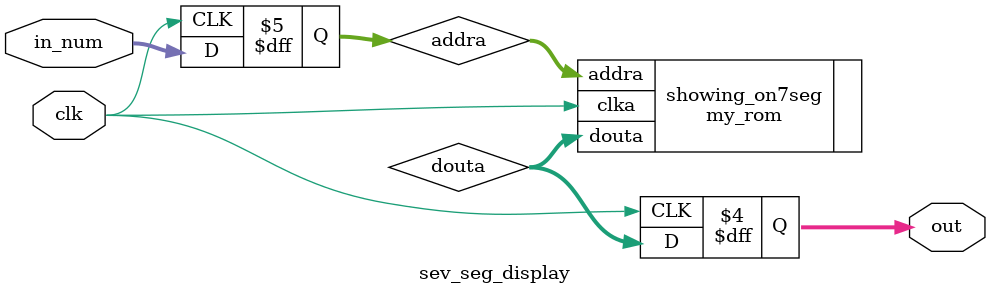
<source format=v>
`timescale 1ns / 1ps
module sev_seg_display(
    output reg [6:0] out=0,
    input [3:0] in_num,
    input clk
    );
   
	reg [3:0] addra=0;
	wire [6:0] douta;
	my_rom showing_on7seg (
  .clka(clk), // input clka
  .addra(addra), // input [3 : 0] addra
  .douta(douta) // output [6 : 0] douta
   );
	 
	always @(posedge clk) begin
    
      addra<=in_num;
      out<=douta;

	end
	 
	 

endmodule

</source>
